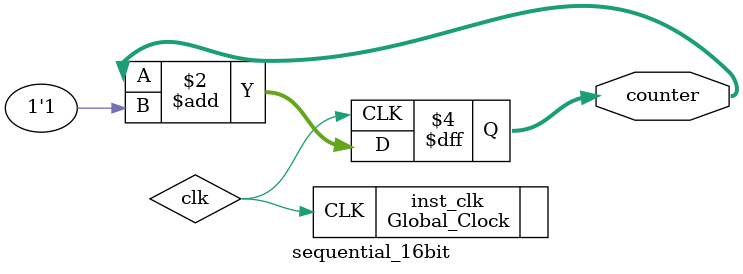
<source format=v>
module sequential_16bit (counter);

output reg [15:0] counter;

wire clk;
(* keep *) Global_Clock inst_clk (.CLK(clk));

initial begin
    counter = 16'b0000000000000000;
end

always @ (posedge clk) begin
    counter <= counter + 1'b1;
end

//assign {Tile_X0Y1_A_I,Tile_X0Y1_B_I,Tile_X0Y2_A_I,Tile_X0Y2_B_I,Tile_X0Y3_A_I,Tile_X0Y3_B_I,Tile_X0Y4_A_I,Tile_X0Y4_B_I,Tile_X0Y5_A_I,Tile_X0Y5_B_I,Tile_X0Y6_A_I,Tile_X0Y6_B_I,Tile_X0Y7_A_I,Tile_X0Y7_B_I,Tile_X0Y8_A_I,Tile_X0Y8_B_I} = counter;

endmodule

    //and_reg <= Tile_X0Y1_A_O & Tile_X0Y2_A_O;
    //or_reg <= Tile_X0Y1_A_O | Tile_X0Y2_A_O;
    //Tile_X0Y1_A_I <= and_reg ^ or_reg;

</source>
